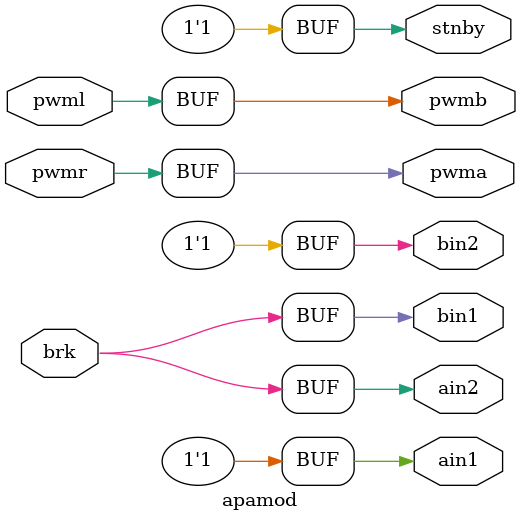
<source format=sv>
`timescale 1ns / 1ps

module apamod (
	input wire pwmr,
	input wire pwml,
	input wire brk,

	output wire pwma,
	output wire pwmb,
	output wire ain1,
	output wire ain2,
	output wire bin1,
	output wire bin2,
	output wire stnby
);

	assign pwma = pwmr;
	assign pwmb = pwml;

	assign ain1 = 1'b1; 
	assign bin2 = 1'b1;

	assign ain2 = brk;
	assign bin1 = brk;

	assign stnby = 1'b1;

endmodule

</source>
